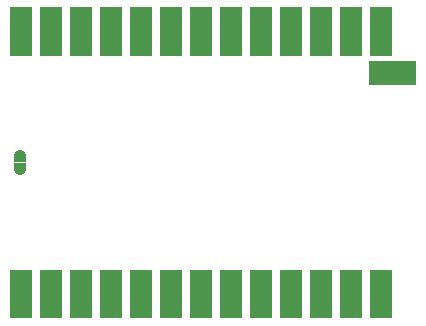
<source format=gbr>
G04 #@! TF.FileFunction,Soldermask,Bot*
%FSLAX46Y46*%
G04 Gerber Fmt 4.6, Leading zero omitted, Abs format (unit mm)*
G04 Created by KiCad (PCBNEW (2015-08-16 BZR 6097, Git b384c94)-product) date 05/01/2016 09:50:17*
%MOMM*%
G01*
G04 APERTURE LIST*
%ADD10C,0.100000*%
%ADD11C,1.052400*%
%ADD12R,1.052400X0.552400*%
%ADD13R,1.879600X2.184400*%
%ADD14R,2.152400X2.152400*%
G04 APERTURE END LIST*
D10*
D11*
X154813000Y-86910000D03*
D12*
X154813000Y-86060000D03*
X154813000Y-86660000D03*
D11*
X154813000Y-85810000D03*
D13*
X185420000Y-98425000D03*
X182880000Y-98425000D03*
X180340000Y-98425000D03*
X177800000Y-98425000D03*
X175260000Y-98425000D03*
X172720000Y-98425000D03*
X170180000Y-98425000D03*
X167640000Y-98425000D03*
X165100000Y-98425000D03*
X162560000Y-98425000D03*
X160020000Y-98425000D03*
X157480000Y-98425000D03*
X154940000Y-98425000D03*
X154940000Y-96520000D03*
X157480000Y-96520000D03*
X160020000Y-96520000D03*
X162560000Y-96520000D03*
X165100000Y-96520000D03*
X167640000Y-96520000D03*
X170180000Y-96520000D03*
X172720000Y-96520000D03*
X175260000Y-96520000D03*
X177800000Y-96520000D03*
X180340000Y-96520000D03*
X182880000Y-96520000D03*
X185420000Y-96520000D03*
X154940000Y-74295000D03*
X157480000Y-74295000D03*
X160020000Y-74295000D03*
X162560000Y-74295000D03*
X165100000Y-74295000D03*
X167640000Y-74295000D03*
X170180000Y-74295000D03*
X172720000Y-74295000D03*
X175260000Y-74295000D03*
X177800000Y-74295000D03*
X180340000Y-74295000D03*
X182880000Y-74295000D03*
X185420000Y-74295000D03*
X185420000Y-76200000D03*
X182880000Y-76200000D03*
X180340000Y-76200000D03*
X177800000Y-76200000D03*
X175260000Y-76200000D03*
X172720000Y-76200000D03*
X170180000Y-76200000D03*
X167640000Y-76200000D03*
X165100000Y-76200000D03*
X162560000Y-76200000D03*
X160020000Y-76200000D03*
X157480000Y-76200000D03*
X154940000Y-76200000D03*
D14*
X185420000Y-78740000D03*
X187325000Y-78740000D03*
M02*

</source>
